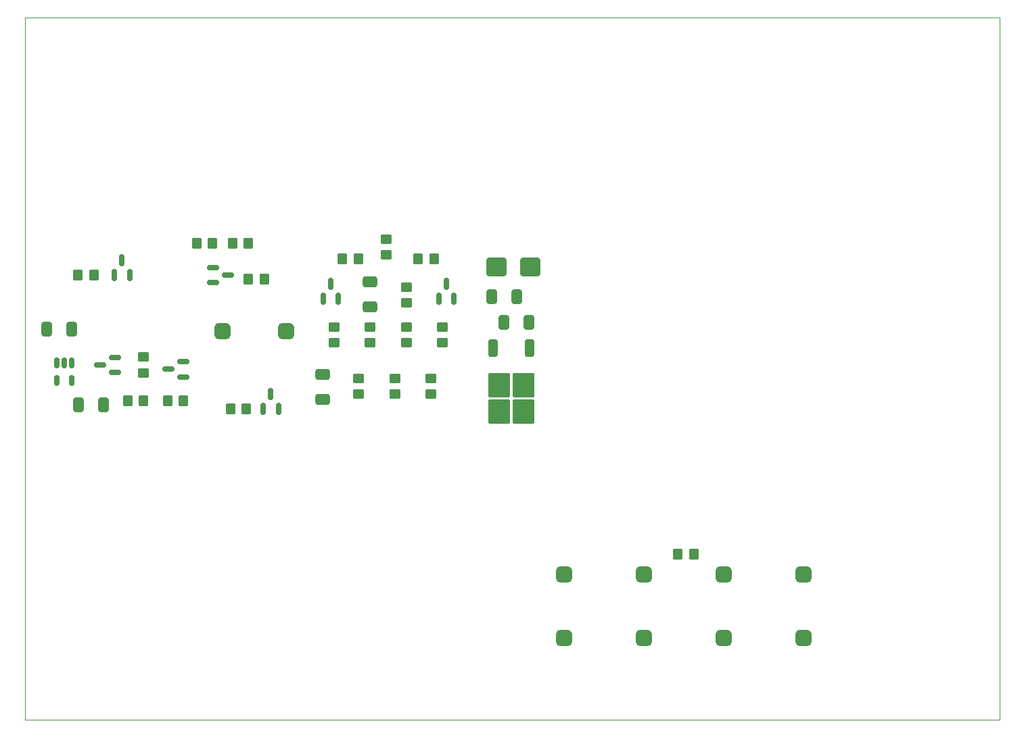
<source format=gbr>
%TF.GenerationSoftware,KiCad,Pcbnew,7.0.1*%
%TF.CreationDate,2023-05-01T08:30:34-07:00*%
%TF.ProjectId,lipo_drainer_schematic,6c69706f-5f64-4726-9169-6e65725f7363,rev?*%
%TF.SameCoordinates,Original*%
%TF.FileFunction,Paste,Top*%
%TF.FilePolarity,Positive*%
%FSLAX46Y46*%
G04 Gerber Fmt 4.6, Leading zero omitted, Abs format (unit mm)*
G04 Created by KiCad (PCBNEW 7.0.1) date 2023-05-01 08:30:34*
%MOMM*%
%LPD*%
G01*
G04 APERTURE LIST*
G04 Aperture macros list*
%AMRoundRect*
0 Rectangle with rounded corners*
0 $1 Rounding radius*
0 $2 $3 $4 $5 $6 $7 $8 $9 X,Y pos of 4 corners*
0 Add a 4 corners polygon primitive as box body*
4,1,4,$2,$3,$4,$5,$6,$7,$8,$9,$2,$3,0*
0 Add four circle primitives for the rounded corners*
1,1,$1+$1,$2,$3*
1,1,$1+$1,$4,$5*
1,1,$1+$1,$6,$7*
1,1,$1+$1,$8,$9*
0 Add four rect primitives between the rounded corners*
20,1,$1+$1,$2,$3,$4,$5,0*
20,1,$1+$1,$4,$5,$6,$7,0*
20,1,$1+$1,$6,$7,$8,$9,0*
20,1,$1+$1,$8,$9,$2,$3,0*%
G04 Aperture macros list end*
%ADD10RoundRect,0.250000X0.412500X0.650000X-0.412500X0.650000X-0.412500X-0.650000X0.412500X-0.650000X0*%
%ADD11RoundRect,0.250000X-0.450000X0.350000X-0.450000X-0.350000X0.450000X-0.350000X0.450000X0.350000X0*%
%ADD12RoundRect,0.150000X-0.150000X0.512500X-0.150000X-0.512500X0.150000X-0.512500X0.150000X0.512500X0*%
%ADD13RoundRect,0.150000X0.587500X0.150000X-0.587500X0.150000X-0.587500X-0.150000X0.587500X-0.150000X0*%
%ADD14RoundRect,0.500000X-0.500000X-0.500000X0.500000X-0.500000X0.500000X0.500000X-0.500000X0.500000X0*%
%ADD15RoundRect,0.250000X-0.650000X0.412500X-0.650000X-0.412500X0.650000X-0.412500X0.650000X0.412500X0*%
%ADD16RoundRect,0.250000X0.450000X-0.350000X0.450000X0.350000X-0.450000X0.350000X-0.450000X-0.350000X0*%
%ADD17RoundRect,0.500000X0.500000X-0.500000X0.500000X0.500000X-0.500000X0.500000X-0.500000X-0.500000X0*%
%ADD18RoundRect,0.250000X0.350000X0.450000X-0.350000X0.450000X-0.350000X-0.450000X0.350000X-0.450000X0*%
%ADD19RoundRect,0.250000X-0.412500X-0.650000X0.412500X-0.650000X0.412500X0.650000X-0.412500X0.650000X0*%
%ADD20RoundRect,0.500000X0.500000X0.500000X-0.500000X0.500000X-0.500000X-0.500000X0.500000X-0.500000X0*%
%ADD21RoundRect,0.250000X0.650000X-0.412500X0.650000X0.412500X-0.650000X0.412500X-0.650000X-0.412500X0*%
%ADD22RoundRect,0.250000X-0.350000X-0.450000X0.350000X-0.450000X0.350000X0.450000X-0.350000X0.450000X0*%
%ADD23RoundRect,0.250000X-0.350000X0.850000X-0.350000X-0.850000X0.350000X-0.850000X0.350000X0.850000X0*%
%ADD24RoundRect,0.250000X-1.125000X1.275000X-1.125000X-1.275000X1.125000X-1.275000X1.125000X1.275000X0*%
%ADD25RoundRect,0.250000X-1.000000X-0.900000X1.000000X-0.900000X1.000000X0.900000X-1.000000X0.900000X0*%
%ADD26RoundRect,0.150000X0.150000X-0.587500X0.150000X0.587500X-0.150000X0.587500X-0.150000X-0.587500X0*%
%ADD27RoundRect,0.150000X-0.587500X-0.150000X0.587500X-0.150000X0.587500X0.150000X-0.587500X0.150000X0*%
%TA.AperFunction,Profile*%
%ADD28C,0.100000*%
%TD*%
G04 APERTURE END LIST*
D10*
%TO.C,C1*%
X93875000Y-89000000D03*
X90750000Y-89000000D03*
%TD*%
D11*
%TO.C,R9*%
X138800000Y-95200000D03*
X138800000Y-97200000D03*
%TD*%
D12*
%TO.C,U3*%
X93875000Y-93225000D03*
X92925000Y-93225000D03*
X91975000Y-93225000D03*
X91975000Y-95500000D03*
X93875000Y-95500000D03*
%TD*%
D13*
%TO.C,Q1*%
X107875000Y-95000000D03*
X107875000Y-93100000D03*
X106000000Y-94050000D03*
%TD*%
D14*
%TO.C,SW1*%
X165500000Y-127750000D03*
X165500000Y-119750000D03*
%TD*%
D15*
%TO.C,C4*%
X131250000Y-83125000D03*
X131250000Y-86250000D03*
%TD*%
D16*
%TO.C,R25*%
X135750000Y-85750000D03*
X135750000Y-83750000D03*
%TD*%
D11*
%TO.C,R18*%
X140250000Y-88750000D03*
X140250000Y-90750000D03*
%TD*%
D17*
%TO.C,SW4*%
X120750000Y-89250000D03*
X112750000Y-89250000D03*
%TD*%
D18*
%TO.C,R7*%
X115750000Y-99000000D03*
X113750000Y-99000000D03*
%TD*%
D16*
%TO.C,R10*%
X134300000Y-97200000D03*
X134300000Y-95200000D03*
%TD*%
D19*
%TO.C,C2*%
X94750000Y-98500000D03*
X97875000Y-98500000D03*
%TD*%
D20*
%TO.C,SW5*%
X155500000Y-119750000D03*
X155500000Y-127750000D03*
%TD*%
D21*
%TO.C,C3*%
X125300000Y-97825000D03*
X125300000Y-94700000D03*
%TD*%
D13*
%TO.C,Q2*%
X99312500Y-94450000D03*
X99312500Y-92550000D03*
X97437500Y-93500000D03*
%TD*%
D20*
%TO.C,SW2*%
X175500000Y-119750000D03*
X175500000Y-127750000D03*
%TD*%
D10*
%TO.C,C6*%
X151125000Y-88200000D03*
X148000000Y-88200000D03*
%TD*%
D22*
%TO.C,R8*%
X109500000Y-78250000D03*
X111500000Y-78250000D03*
%TD*%
D11*
%TO.C,R16*%
X133250000Y-77750000D03*
X133250000Y-79750000D03*
%TD*%
D22*
%TO.C,R17*%
X127750000Y-80250000D03*
X129750000Y-80250000D03*
%TD*%
D11*
%TO.C,R14*%
X131250000Y-88750000D03*
X131250000Y-90750000D03*
%TD*%
D18*
%TO.C,R21*%
X96625000Y-82250000D03*
X94625000Y-82250000D03*
%TD*%
D23*
%TO.C,U1*%
X151205000Y-91425000D03*
D24*
X150450000Y-96050000D03*
X147400000Y-96050000D03*
X150450000Y-99400000D03*
X147400000Y-99400000D03*
D23*
X146645000Y-91425000D03*
%TD*%
D11*
%TO.C,R2*%
X102875000Y-92500000D03*
X102875000Y-94500000D03*
%TD*%
D16*
%TO.C,R15*%
X126750000Y-90750000D03*
X126750000Y-88750000D03*
%TD*%
D22*
%TO.C,R26*%
X169750000Y-117250000D03*
X171750000Y-117250000D03*
%TD*%
D18*
%TO.C,R1*%
X107875000Y-98000000D03*
X105875000Y-98000000D03*
%TD*%
D16*
%TO.C,R19*%
X135750000Y-90750000D03*
X135750000Y-88750000D03*
%TD*%
D22*
%TO.C,R3*%
X100875000Y-98000000D03*
X102875000Y-98000000D03*
%TD*%
D25*
%TO.C,D1*%
X147000000Y-81250000D03*
X151300000Y-81250000D03*
%TD*%
D26*
%TO.C,U4*%
X117850000Y-99000000D03*
X119750000Y-99000000D03*
X118800000Y-97125000D03*
%TD*%
D27*
%TO.C,Q5*%
X111562500Y-81300000D03*
X111562500Y-83200000D03*
X113437500Y-82250000D03*
%TD*%
D26*
%TO.C,Q9*%
X139850000Y-85250000D03*
X141750000Y-85250000D03*
X140800000Y-83375000D03*
%TD*%
D20*
%TO.C,SW3*%
X185500000Y-119750000D03*
X185500000Y-127750000D03*
%TD*%
D26*
%TO.C,Q6*%
X125350000Y-85250000D03*
X127250000Y-85250000D03*
X126300000Y-83375000D03*
%TD*%
%TO.C,U5*%
X99225000Y-82250000D03*
X101125000Y-82250000D03*
X100175000Y-80375000D03*
%TD*%
D18*
%TO.C,R12*%
X116000000Y-78250000D03*
X114000000Y-78250000D03*
%TD*%
%TO.C,R20*%
X139250000Y-80250000D03*
X137250000Y-80250000D03*
%TD*%
D11*
%TO.C,R11*%
X129800000Y-95200000D03*
X129800000Y-97200000D03*
%TD*%
D22*
%TO.C,R13*%
X116000000Y-82750000D03*
X118000000Y-82750000D03*
%TD*%
D19*
%TO.C,C5*%
X146475000Y-85000000D03*
X149600000Y-85000000D03*
%TD*%
D28*
X88000000Y-50000000D02*
X210000000Y-50000000D01*
X210000000Y-138000000D01*
X88000000Y-138000000D01*
X88000000Y-50000000D01*
M02*

</source>
